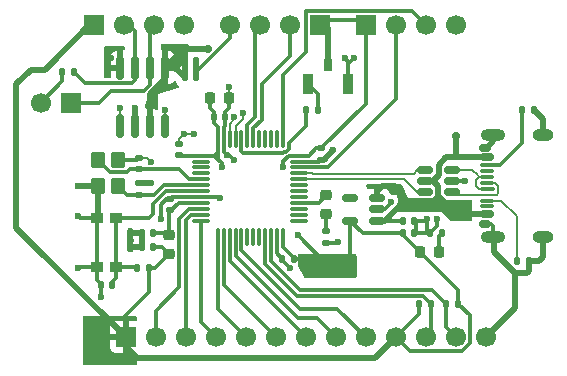
<source format=gbr>
%TF.GenerationSoftware,KiCad,Pcbnew,9.0.6-9.0.6~ubuntu24.04.1*%
%TF.CreationDate,2025-12-02T22:29:15-06:00*%
%TF.ProjectId,Kicad_stm32_1st,4b696361-645f-4737-946d-33325f317374,rev?*%
%TF.SameCoordinates,Original*%
%TF.FileFunction,Copper,L1,Top*%
%TF.FilePolarity,Positive*%
%FSLAX46Y46*%
G04 Gerber Fmt 4.6, Leading zero omitted, Abs format (unit mm)*
G04 Created by KiCad (PCBNEW 9.0.6-9.0.6~ubuntu24.04.1) date 2025-12-02 22:29:15*
%MOMM*%
%LPD*%
G01*
G04 APERTURE LIST*
G04 Aperture macros list*
%AMRoundRect*
0 Rectangle with rounded corners*
0 $1 Rounding radius*
0 $2 $3 $4 $5 $6 $7 $8 $9 X,Y pos of 4 corners*
0 Add a 4 corners polygon primitive as box body*
4,1,4,$2,$3,$4,$5,$6,$7,$8,$9,$2,$3,0*
0 Add four circle primitives for the rounded corners*
1,1,$1+$1,$2,$3*
1,1,$1+$1,$4,$5*
1,1,$1+$1,$6,$7*
1,1,$1+$1,$8,$9*
0 Add four rect primitives between the rounded corners*
20,1,$1+$1,$2,$3,$4,$5,0*
20,1,$1+$1,$4,$5,$6,$7,0*
20,1,$1+$1,$6,$7,$8,$9,0*
20,1,$1+$1,$8,$9,$2,$3,0*%
G04 Aperture macros list end*
%TA.AperFunction,SMDPad,CuDef*%
%ADD10RoundRect,0.135000X0.135000X0.185000X-0.135000X0.185000X-0.135000X-0.185000X0.135000X-0.185000X0*%
%TD*%
%TA.AperFunction,SMDPad,CuDef*%
%ADD11RoundRect,0.135000X-0.135000X-0.185000X0.135000X-0.185000X0.135000X0.185000X-0.135000X0.185000X0*%
%TD*%
%TA.AperFunction,SMDPad,CuDef*%
%ADD12RoundRect,0.140000X-0.140000X-0.170000X0.140000X-0.170000X0.140000X0.170000X-0.140000X0.170000X0*%
%TD*%
%TA.AperFunction,SMDPad,CuDef*%
%ADD13RoundRect,0.140000X-0.170000X0.140000X-0.170000X-0.140000X0.170000X-0.140000X0.170000X0.140000X0*%
%TD*%
%TA.AperFunction,SMDPad,CuDef*%
%ADD14RoundRect,0.135000X-0.185000X0.135000X-0.185000X-0.135000X0.185000X-0.135000X0.185000X0.135000X0*%
%TD*%
%TA.AperFunction,SMDPad,CuDef*%
%ADD15RoundRect,0.140000X0.140000X0.170000X-0.140000X0.170000X-0.140000X-0.170000X0.140000X-0.170000X0*%
%TD*%
%TA.AperFunction,SMDPad,CuDef*%
%ADD16RoundRect,0.218750X-0.256250X0.218750X-0.256250X-0.218750X0.256250X-0.218750X0.256250X0.218750X0*%
%TD*%
%TA.AperFunction,SMDPad,CuDef*%
%ADD17RoundRect,0.140000X0.170000X-0.140000X0.170000X0.140000X-0.170000X0.140000X-0.170000X-0.140000X0*%
%TD*%
%TA.AperFunction,SMDPad,CuDef*%
%ADD18RoundRect,0.225000X-0.225000X-0.250000X0.225000X-0.250000X0.225000X0.250000X-0.225000X0.250000X0*%
%TD*%
%TA.AperFunction,SMDPad,CuDef*%
%ADD19RoundRect,0.150000X0.350000X-0.150000X0.350000X0.150000X-0.350000X0.150000X-0.350000X-0.150000X0*%
%TD*%
%TA.AperFunction,SMDPad,CuDef*%
%ADD20RoundRect,0.062500X0.512500X-0.062500X0.512500X0.062500X-0.512500X0.062500X-0.512500X-0.062500X0*%
%TD*%
%TA.AperFunction,SMDPad,CuDef*%
%ADD21RoundRect,0.150000X0.425000X-0.150000X0.425000X0.150000X-0.425000X0.150000X-0.425000X-0.150000X0*%
%TD*%
%TA.AperFunction,SMDPad,CuDef*%
%ADD22RoundRect,0.075000X0.500000X-0.075000X0.500000X0.075000X-0.500000X0.075000X-0.500000X-0.075000X0*%
%TD*%
%TA.AperFunction,HeatsinkPad*%
%ADD23O,2.100000X1.000000*%
%TD*%
%TA.AperFunction,HeatsinkPad*%
%ADD24O,1.800000X1.000000*%
%TD*%
%TA.AperFunction,SMDPad,CuDef*%
%ADD25RoundRect,0.218750X0.256250X-0.218750X0.256250X0.218750X-0.256250X0.218750X-0.256250X-0.218750X0*%
%TD*%
%TA.AperFunction,SMDPad,CuDef*%
%ADD26RoundRect,0.218750X0.218750X0.256250X-0.218750X0.256250X-0.218750X-0.256250X0.218750X-0.256250X0*%
%TD*%
%TA.AperFunction,SMDPad,CuDef*%
%ADD27RoundRect,0.075000X-0.075000X-0.662500X0.075000X-0.662500X0.075000X0.662500X-0.075000X0.662500X0*%
%TD*%
%TA.AperFunction,SMDPad,CuDef*%
%ADD28RoundRect,0.075000X-0.662500X-0.075000X0.662500X-0.075000X0.662500X0.075000X-0.662500X0.075000X0*%
%TD*%
%TA.AperFunction,SMDPad,CuDef*%
%ADD29RoundRect,0.150000X0.150000X-0.825000X0.150000X0.825000X-0.150000X0.825000X-0.150000X-0.825000X0*%
%TD*%
%TA.AperFunction,ComponentPad*%
%ADD30R,1.700000X1.700000*%
%TD*%
%TA.AperFunction,ComponentPad*%
%ADD31C,1.700000*%
%TD*%
%TA.AperFunction,SMDPad,CuDef*%
%ADD32R,0.900000X1.700000*%
%TD*%
%TA.AperFunction,SMDPad,CuDef*%
%ADD33R,0.800000X1.100000*%
%TD*%
%TA.AperFunction,SMDPad,CuDef*%
%ADD34R,1.000000X0.900000*%
%TD*%
%TA.AperFunction,SMDPad,CuDef*%
%ADD35RoundRect,0.250000X-0.350000X0.450000X-0.350000X-0.450000X0.350000X-0.450000X0.350000X0.450000X0*%
%TD*%
%TA.AperFunction,SMDPad,CuDef*%
%ADD36RoundRect,0.150000X0.512500X0.150000X-0.512500X0.150000X-0.512500X-0.150000X0.512500X-0.150000X0*%
%TD*%
%TA.AperFunction,ViaPad*%
%ADD37C,0.600000*%
%TD*%
%TA.AperFunction,ViaPad*%
%ADD38C,0.700000*%
%TD*%
%TA.AperFunction,Conductor*%
%ADD39C,0.200000*%
%TD*%
%TA.AperFunction,Conductor*%
%ADD40C,0.300000*%
%TD*%
%TA.AperFunction,Conductor*%
%ADD41C,0.500000*%
%TD*%
G04 APERTURE END LIST*
D10*
%TO.P,R4,1*%
%TO.N,gnd*%
X115400000Y-63400000D03*
%TO.P,R4,2*%
%TO.N,Net-(J1-CC2)*%
X114380000Y-63400000D03*
%TD*%
D11*
%TO.P,R6,1*%
%TO.N,/I2C2_SDA*%
X108000000Y-79800000D03*
%TO.P,R6,2*%
%TO.N,+3.3V*%
X109020000Y-79800000D03*
%TD*%
D10*
%TO.P,R7,1*%
%TO.N,/I2C2_SCL*%
X106710000Y-79800000D03*
%TO.P,R7,2*%
%TO.N,+3.3V*%
X105690000Y-79800000D03*
%TD*%
%TO.P,R3,1*%
%TO.N,gnd*%
X115000000Y-76200000D03*
%TO.P,R3,2*%
%TO.N,Net-(J1-CC1)*%
X113980000Y-76200000D03*
%TD*%
%TO.P,R5,1*%
%TO.N,/PWR_LED_K*%
X107620000Y-73800000D03*
%TO.P,R5,2*%
%TO.N,gnd*%
X106600000Y-73800000D03*
%TD*%
D12*
%TO.P,C13,1*%
%TO.N,+3.3V*%
X104320000Y-73800000D03*
%TO.P,C13,2*%
%TO.N,gnd*%
X105280000Y-73800000D03*
%TD*%
%TO.P,C12,1*%
%TO.N,VBUS*%
X104320000Y-72800000D03*
%TO.P,C12,2*%
%TO.N,gnd*%
X105280000Y-72800000D03*
%TD*%
D13*
%TO.P,C3,1*%
%TO.N,+3.3V*%
X97400000Y-66640000D03*
%TO.P,C3,2*%
%TO.N,gnd*%
X97400000Y-67600000D03*
%TD*%
D14*
%TO.P,R9,1*%
%TO.N,Net-(D2-K)*%
X97800000Y-73600000D03*
%TO.P,R9,2*%
%TO.N,gnd*%
X97800000Y-74620000D03*
%TD*%
D15*
%TO.P,C2,1*%
%TO.N,+3.3V*%
X95080000Y-76000000D03*
%TO.P,C2,2*%
%TO.N,gnd*%
X94120000Y-76000000D03*
%TD*%
D12*
%TO.P,C4,1*%
%TO.N,+3.3V*%
X88320000Y-64000000D03*
%TO.P,C4,2*%
%TO.N,gnd*%
X89280000Y-64000000D03*
%TD*%
%TO.P,C15,1*%
%TO.N,VBUS*%
X85840000Y-60600000D03*
%TO.P,C15,2*%
%TO.N,gnd*%
X86800000Y-60600000D03*
%TD*%
%TO.P,C14,1*%
%TO.N,VBUS*%
X85840000Y-59200000D03*
%TO.P,C14,2*%
%TO.N,gnd*%
X86800000Y-59200000D03*
%TD*%
D11*
%TO.P,R8,1*%
%TO.N,Net-(JP1-B)*%
X75490000Y-60200000D03*
%TO.P,R8,2*%
%TO.N,/CANH*%
X76510000Y-60200000D03*
%TD*%
D15*
%TO.P,C9,1*%
%TO.N,/NRST*%
X79680000Y-78200000D03*
%TO.P,C9,2*%
%TO.N,gnd*%
X78720000Y-78200000D03*
%TD*%
D10*
%TO.P,R1,1*%
%TO.N,+3.3V*%
X82800000Y-76800000D03*
%TO.P,R1,2*%
%TO.N,/NRST*%
X81780000Y-76800000D03*
%TD*%
D15*
%TO.P,C8,1*%
%TO.N,+3.3V*%
X83200000Y-75000000D03*
%TO.P,C8,2*%
%TO.N,gnd*%
X82240000Y-75000000D03*
%TD*%
%TO.P,C7,1*%
%TO.N,+3.3VA*%
X83200000Y-73800000D03*
%TO.P,C7,2*%
%TO.N,gnd*%
X82240000Y-73800000D03*
%TD*%
D16*
%TO.P,FB1,1*%
%TO.N,+3.3VA*%
X84520000Y-74000000D03*
%TO.P,FB1,2*%
%TO.N,+3.3V*%
X84520000Y-75575000D03*
%TD*%
D17*
%TO.P,C6,1*%
%TO.N,+3.3VA*%
X84600000Y-71880000D03*
%TO.P,C6,2*%
%TO.N,gnd*%
X84600000Y-70920000D03*
%TD*%
%TO.P,C11,1*%
%TO.N,/HSE_OUT*%
X82000000Y-70560000D03*
%TO.P,C11,2*%
%TO.N,gnd*%
X82000000Y-69600000D03*
%TD*%
%TO.P,C10,1*%
%TO.N,/HSE_IN*%
X82000000Y-68400000D03*
%TO.P,C10,2*%
%TO.N,gnd*%
X82000000Y-67440000D03*
%TD*%
%TO.P,C1,1*%
%TO.N,+3.3V*%
X85400000Y-67200000D03*
%TO.P,C1,2*%
%TO.N,gnd*%
X85400000Y-66240000D03*
%TD*%
D18*
%TO.P,C5,1*%
%TO.N,+3.3V*%
X88025000Y-62400000D03*
%TO.P,C5,2*%
%TO.N,gnd*%
X89575000Y-62400000D03*
%TD*%
D10*
%TO.P,R2,1*%
%TO.N,/SW_BOOT0*%
X97100000Y-63400000D03*
%TO.P,R2,2*%
%TO.N,/BOOT0*%
X96080000Y-63400000D03*
%TD*%
D19*
%TO.P,J1,B1,GND*%
%TO.N,gnd*%
X111300000Y-66600000D03*
%TO.P,J1,B12,GND*%
X111300000Y-73000000D03*
%TO.P,J1,A1,GND*%
X111300000Y-73000000D03*
%TO.P,J1,A12,GND*%
X111300000Y-66600000D03*
D20*
%TO.P,J1,B7,D-*%
%TO.N,Net-(J1-D--PadA7)*%
X111410000Y-70550000D03*
D21*
%TO.P,J1,A4,VBUS*%
%TO.N,VBUS*%
X111410000Y-72200000D03*
D22*
%TO.P,J1,A5,CC1*%
%TO.N,Net-(J1-CC1)*%
X111410000Y-71050000D03*
%TO.P,J1,A6,D+*%
%TO.N,Net-(J1-D+-PadA6)*%
X111410000Y-70050000D03*
%TO.P,J1,A7,D-*%
%TO.N,Net-(J1-D--PadA7)*%
X111410000Y-69550000D03*
%TO.P,J1,A8*%
%TO.N,N/C*%
X111410000Y-68550000D03*
D21*
%TO.P,J1,A9,VBUS*%
%TO.N,VBUS*%
X111410000Y-67400000D03*
%TO.P,J1,B4,VBUS*%
X111410000Y-67400000D03*
D22*
%TO.P,J1,B5,CC2*%
%TO.N,Net-(J1-CC2)*%
X111410000Y-68050000D03*
%TO.P,J1,B6,D+*%
%TO.N,Net-(J1-D+-PadA6)*%
X111410000Y-69050000D03*
%TO.P,J1,B8*%
%TO.N,N/C*%
X111410000Y-71550000D03*
D21*
%TO.P,J1,B9,VBUS*%
%TO.N,VBUS*%
X111410000Y-72200000D03*
D23*
%TO.P,J1,S1,SHIELD*%
%TO.N,gnd*%
X111985000Y-74120000D03*
D24*
X116165000Y-74120000D03*
D23*
X111985000Y-65480000D03*
D24*
X116165000Y-65480000D03*
%TD*%
D25*
%TO.P,D2,1,K*%
%TO.N,Net-(D2-K)*%
X97800000Y-72200000D03*
%TO.P,D2,2,A*%
%TO.N,Net-(D2-A)*%
X97800000Y-70625000D03*
%TD*%
D26*
%TO.P,PWR,2,A*%
%TO.N,+3.3V*%
X105800000Y-75400000D03*
%TO.P,PWR,1,K*%
%TO.N,/PWR_LED_K*%
X107375000Y-75400000D03*
%TD*%
D27*
%TO.P,U2,48,VDD*%
%TO.N,+3.3V*%
X88650000Y-65837500D03*
%TO.P,U2,47,VSS*%
%TO.N,gnd*%
X89150000Y-65837500D03*
%TO.P,U2,46,PB9*%
%TO.N,/CAN_TX*%
X89650000Y-65837500D03*
%TO.P,U2,45,PB8*%
%TO.N,/CAN_RX*%
X90150000Y-65837500D03*
%TO.P,U2,44,BOOT0*%
%TO.N,/BOOT0*%
X90650000Y-65837500D03*
%TO.P,U2,43,PB7*%
%TO.N,/USART1_RX*%
X91150000Y-65837500D03*
%TO.P,U2,42,PB6*%
%TO.N,/USART1_TX*%
X91650000Y-65837500D03*
%TO.P,U2,41,PB5*%
%TO.N,unconnected-(U2-PB5-Pad41)*%
X92150000Y-65837500D03*
%TO.P,U2,40,PB4*%
%TO.N,unconnected-(U2-PB4-Pad40)*%
X92650000Y-65837500D03*
%TO.P,U2,39,PB3*%
%TO.N,unconnected-(U2-PB3-Pad39)*%
X93150000Y-65837500D03*
%TO.P,U2,38,PA15*%
%TO.N,unconnected-(U2-PA15-Pad38)*%
X93650000Y-65837500D03*
%TO.P,U2,37,PA14*%
%TO.N,/SWCLK*%
X94150000Y-65837500D03*
D28*
%TO.P,U2,36,VDD*%
%TO.N,+3.3V*%
X95562500Y-67250000D03*
%TO.P,U2,35,VSS*%
%TO.N,gnd*%
X95562500Y-67750000D03*
%TO.P,U2,34,PA13*%
%TO.N,/SWDIO*%
X95562500Y-68250000D03*
%TO.P,U2,33,PA12*%
%TO.N,/USB_D+*%
X95562500Y-68750000D03*
%TO.P,U2,32,PA11*%
%TO.N,/USB_D-*%
X95562500Y-69250000D03*
%TO.P,U2,31,PA10*%
%TO.N,unconnected-(U2-PA10-Pad31)*%
X95562500Y-69750000D03*
%TO.P,U2,30,PA9*%
%TO.N,unconnected-(U2-PA9-Pad30)*%
X95562500Y-70250000D03*
%TO.P,U2,29,PA8*%
%TO.N,unconnected-(U2-PA8-Pad29)*%
X95562500Y-70750000D03*
%TO.P,U2,28,PB15*%
%TO.N,Net-(D2-A)*%
X95562500Y-71250000D03*
%TO.P,U2,27,PB14*%
%TO.N,unconnected-(U2-PB14-Pad27)*%
X95562500Y-71750000D03*
%TO.P,U2,26,PB13*%
%TO.N,unconnected-(U2-PB13-Pad26)*%
X95562500Y-72250000D03*
%TO.P,U2,25,PB12*%
%TO.N,unconnected-(U2-PB12-Pad25)*%
X95562500Y-72750000D03*
D27*
%TO.P,U2,24,VDD*%
%TO.N,+3.3V*%
X94150000Y-74162500D03*
%TO.P,U2,23,VSS*%
%TO.N,gnd*%
X93650000Y-74162500D03*
%TO.P,U2,22,PB11*%
%TO.N,/I2C2_SDA*%
X93150000Y-74162500D03*
%TO.P,U2,21,PB10*%
%TO.N,/I2C2_SCL*%
X92650000Y-74162500D03*
%TO.P,U2,20,PB2*%
%TO.N,unconnected-(U2-PB2-Pad20)*%
X92150000Y-74162500D03*
%TO.P,U2,19,PB1*%
%TO.N,unconnected-(U2-PB1-Pad19)*%
X91650000Y-74162500D03*
%TO.P,U2,18,PB0*%
%TO.N,unconnected-(U2-PB0-Pad18)*%
X91150000Y-74162500D03*
%TO.P,U2,17,PA7*%
%TO.N,/PA7*%
X90650000Y-74162500D03*
%TO.P,U2,16,PA6*%
%TO.N,/PA6*%
X90150000Y-74162500D03*
%TO.P,U2,15,PA5*%
%TO.N,/PA5*%
X89650000Y-74162500D03*
%TO.P,U2,14,PA4*%
%TO.N,/PA4*%
X89150000Y-74162500D03*
%TO.P,U2,13,PA3*%
%TO.N,/PA3*%
X88650000Y-74162500D03*
D28*
%TO.P,U2,12,PA2*%
%TO.N,/PA2*%
X87237500Y-72750000D03*
%TO.P,U2,11,PA1*%
%TO.N,/PA1*%
X87237500Y-72250000D03*
%TO.P,U2,10,PA0*%
%TO.N,/PA0*%
X87237500Y-71750000D03*
%TO.P,U2,9,VDDA*%
%TO.N,+3.3VA*%
X87237500Y-71250000D03*
%TO.P,U2,8,VSSA*%
%TO.N,gnd*%
X87237500Y-70750000D03*
%TO.P,U2,7,NRST*%
%TO.N,/NRST*%
X87237500Y-70250000D03*
%TO.P,U2,6,PD1*%
%TO.N,/HSE_OUT*%
X87237500Y-69750000D03*
%TO.P,U2,5,PD0*%
%TO.N,/HSE_IN*%
X87237500Y-69250000D03*
%TO.P,U2,4,PC15*%
%TO.N,unconnected-(U2-PC15-Pad4)*%
X87237500Y-68750000D03*
%TO.P,U2,3,PC14*%
%TO.N,unconnected-(U2-PC14-Pad3)*%
X87237500Y-68250000D03*
%TO.P,U2,2,PC13*%
%TO.N,unconnected-(U2-PC13-Pad2)*%
X87237500Y-67750000D03*
%TO.P,U2,1,VBAT*%
%TO.N,+3.3V*%
X87237500Y-67250000D03*
%TD*%
D29*
%TO.P,U4,8,STBY*%
%TO.N,gnd*%
X80390000Y-59800000D03*
%TO.P,U4,7,CANH*%
%TO.N,/CANH*%
X81660000Y-59800000D03*
%TO.P,U4,6,CANL*%
%TO.N,/CANL*%
X82930000Y-59800000D03*
%TO.P,U4,5,Vio*%
%TO.N,VBUS*%
X84200000Y-59800000D03*
%TO.P,U4,4,RXD*%
%TO.N,/CAN_RX*%
X84200000Y-64750000D03*
%TO.P,U4,3,VDD*%
%TO.N,VBUS*%
X82930000Y-64750000D03*
%TO.P,U4,2,VSS*%
%TO.N,gnd*%
X81660000Y-64750000D03*
%TO.P,U4,1,TXD*%
%TO.N,/CAN_TX*%
X80390000Y-64750000D03*
%TD*%
D30*
%TO.P,J5,1,Pin_1*%
%TO.N,+3.3V*%
X80860000Y-82600000D03*
D31*
%TO.P,J5,2,Pin_2*%
%TO.N,/PA0*%
X83400000Y-82600000D03*
%TO.P,J5,3,Pin_3*%
%TO.N,/PA1*%
X85940000Y-82600000D03*
%TO.P,J5,4,Pin_4*%
%TO.N,/PA2*%
X88480000Y-82600000D03*
%TO.P,J5,5,Pin_5*%
%TO.N,/PA3*%
X91020000Y-82600000D03*
%TO.P,J5,6,Pin_6*%
%TO.N,/PA4*%
X93560000Y-82600000D03*
%TO.P,J5,7,Pin_7*%
%TO.N,/PA5*%
X96100000Y-82600000D03*
%TO.P,J5,8,Pin_8*%
%TO.N,/PA6*%
X98640000Y-82600000D03*
%TO.P,J5,9,Pin_9*%
%TO.N,/PA7*%
X101180000Y-82600000D03*
%TO.P,J5,10,Pin_10*%
%TO.N,+3.3V*%
X103720000Y-82600000D03*
%TO.P,J5,11,Pin_11*%
%TO.N,/I2C2_SCL*%
X106260000Y-82600000D03*
%TO.P,J5,12,Pin_12*%
%TO.N,/I2C2_SDA*%
X108800000Y-82600000D03*
%TO.P,J5,13,Pin_13*%
%TO.N,gnd*%
X111340000Y-82600000D03*
%TD*%
D32*
%TO.P,BOOT,1,A*%
%TO.N,gnd*%
X99700000Y-61200000D03*
%TO.P,BOOT,2,B*%
%TO.N,/SW_BOOT0*%
X96300000Y-61200000D03*
D33*
%TO.P,BOOT,3,C*%
%TO.N,+3.3V*%
X98000000Y-59560000D03*
%TD*%
D30*
%TO.P,UART,1,Pin_1*%
%TO.N,+3.3V*%
X97340000Y-56200000D03*
D31*
%TO.P,UART,2,Pin_2*%
%TO.N,/USART1_TX*%
X94800000Y-56200000D03*
%TO.P,UART,3,Pin_3*%
%TO.N,/USART1_RX*%
X92260000Y-56200000D03*
%TO.P,UART,4,Pin_4*%
%TO.N,gnd*%
X89720000Y-56200000D03*
%TD*%
D34*
%TO.P,RST,1,1*%
%TO.N,gnd*%
X78400000Y-76650000D03*
X78400000Y-72550000D03*
%TO.P,RST,2,2*%
%TO.N,/NRST*%
X80000000Y-76650000D03*
X80000000Y-72550000D03*
%TD*%
D30*
%TO.P,120R,1,A*%
%TO.N,/CANL*%
X76200000Y-62800000D03*
D31*
%TO.P,120R,2,B*%
%TO.N,Net-(JP1-B)*%
X73660000Y-62800000D03*
%TD*%
D35*
%TO.P,Y1,1,1*%
%TO.N,/HSE_IN*%
X78500000Y-67600000D03*
%TO.P,Y1,2,2*%
%TO.N,gnd*%
X78500000Y-69800000D03*
%TO.P,Y1,3,3*%
%TO.N,/HSE_OUT*%
X80200000Y-69800000D03*
%TO.P,Y1,4,4*%
%TO.N,gnd*%
X80200000Y-67600000D03*
%TD*%
D36*
%TO.P,U1,1,I/O1*%
%TO.N,Net-(J1-D--PadA7)*%
X108475000Y-70350000D03*
%TO.P,U1,2,GND*%
%TO.N,gnd*%
X108475000Y-69400000D03*
%TO.P,U1,3,I/O2*%
%TO.N,Net-(J1-D+-PadA6)*%
X108475000Y-68450000D03*
%TO.P,U1,4,I/O2*%
%TO.N,/USB_D+*%
X106200000Y-68450000D03*
%TO.P,U1,5,VBUS*%
%TO.N,VBUS*%
X106200000Y-69400000D03*
%TO.P,U1,6,I/O1*%
%TO.N,/USB_D-*%
X106200000Y-70350000D03*
%TD*%
D30*
%TO.P,J2,1,Pin_1*%
%TO.N,+3.3V*%
X101200000Y-56200000D03*
D31*
%TO.P,J2,2,Pin_2*%
%TO.N,/SWDIO*%
X103740000Y-56200000D03*
%TO.P,J2,3,Pin_3*%
%TO.N,/SWCLK*%
X106280000Y-56200000D03*
%TO.P,J2,4,Pin_4*%
%TO.N,gnd*%
X108820000Y-56200000D03*
%TD*%
D30*
%TO.P,CAN,1,Pin_1*%
%TO.N,+3.3V*%
X78200000Y-56200000D03*
D31*
%TO.P,CAN,2,Pin_2*%
%TO.N,/CANH*%
X80740000Y-56200000D03*
%TO.P,CAN,3,Pin_3*%
%TO.N,/CANL*%
X83280000Y-56200000D03*
%TO.P,CAN,4,Pin_4*%
%TO.N,gnd*%
X85820000Y-56200000D03*
%TD*%
D36*
%TO.P,U3,1,VIN*%
%TO.N,VBUS*%
X102137500Y-72750000D03*
%TO.P,U3,2,GND*%
%TO.N,gnd*%
X102137500Y-71800000D03*
%TO.P,U3,3,EN*%
%TO.N,VBUS*%
X102137500Y-70850000D03*
%TO.P,U3,4,NC*%
%TO.N,unconnected-(U3-NC-Pad4)*%
X99862500Y-70850000D03*
%TO.P,U3,5,VOUT*%
%TO.N,+3.3V*%
X99862500Y-72750000D03*
%TD*%
D37*
%TO.N,gnd*%
X109600000Y-69400000D03*
X98800000Y-74600000D03*
%TO.N,+3.3V*%
X89000000Y-68200000D03*
%TO.N,gnd*%
X89575000Y-61425000D03*
%TO.N,/CAN_RX*%
X90800000Y-63600000D03*
X84200000Y-63400000D03*
%TO.N,/CAN_TX*%
X80400000Y-63200000D03*
X90060000Y-64008926D03*
D38*
%TO.N,VBUS*%
X108800000Y-65600000D03*
X87800000Y-58200000D03*
D37*
%TO.N,gnd*%
X79600000Y-59000000D03*
X79600000Y-58200000D03*
X107200000Y-72600000D03*
X100200000Y-59000000D03*
X83000000Y-69600000D03*
X85800000Y-65400000D03*
X76800000Y-72400000D03*
X86600000Y-65400000D03*
X90000000Y-67600000D03*
X81400000Y-73800000D03*
X76800000Y-69800000D03*
X78800000Y-79200000D03*
X106400000Y-72600000D03*
X81400000Y-75000000D03*
X80400000Y-58200000D03*
X88800000Y-70800000D03*
X99400000Y-59000000D03*
X89400000Y-67200000D03*
X83800000Y-72600000D03*
X83000000Y-67750000D03*
X76800000Y-76800000D03*
X94800000Y-76800000D03*
X103344669Y-71144668D03*
X81600000Y-63200000D03*
X98400000Y-66800000D03*
%TO.N,+3.3V*%
X95400000Y-74000000D03*
X94200000Y-68200000D03*
%TD*%
D39*
%TO.N,gnd*%
X82000000Y-67440000D02*
X82690000Y-67440000D01*
X82690000Y-67440000D02*
X83000000Y-67750000D01*
D40*
%TO.N,/USART1_RX*%
X91150000Y-64650000D02*
X91800000Y-64000000D01*
X91150000Y-65837500D02*
X91150000Y-64650000D01*
X91800000Y-64000000D02*
X91800000Y-56660000D01*
X91800000Y-56660000D02*
X92260000Y-56200000D01*
%TO.N,/SWCLK*%
X94150000Y-60450000D02*
X96100000Y-58500000D01*
D39*
%TO.N,Net-(J1-CC1)*%
X112650000Y-71050000D02*
X114000000Y-72400000D01*
X111410000Y-71050000D02*
X112650000Y-71050000D01*
X113980000Y-72420000D02*
X113980000Y-76200000D01*
X114000000Y-72400000D02*
X113980000Y-72420000D01*
%TO.N,gnd*%
X89575000Y-62400000D02*
X89575000Y-61425000D01*
X89575000Y-61425000D02*
X89625000Y-61425000D01*
X89625000Y-61425000D02*
X89600000Y-61400000D01*
%TO.N,Net-(J1-D+-PadA6)*%
X111410000Y-70050000D02*
X110801176Y-70050000D01*
X110534000Y-69317176D02*
X110801176Y-69050000D01*
X110801176Y-70050000D02*
X110534000Y-69782824D01*
X110534000Y-69782824D02*
X110534000Y-69317176D01*
X110201176Y-68450000D02*
X110675588Y-68924412D01*
D40*
%TO.N,gnd*%
X109600000Y-69400000D02*
X108475000Y-69400000D01*
X111985000Y-74120000D02*
X111985000Y-73222376D01*
X111985000Y-73222376D02*
X111762624Y-73000000D01*
X111762624Y-73000000D02*
X111410000Y-73000000D01*
D41*
X115000000Y-76200000D02*
X115800000Y-76200000D01*
X116200000Y-74195000D02*
X116275000Y-74120000D01*
X115800000Y-76200000D02*
X116200000Y-75800000D01*
X116200000Y-75800000D02*
X116200000Y-74195000D01*
X113827528Y-77200000D02*
X112000000Y-75372472D01*
X112000000Y-75372472D02*
X112000000Y-74615000D01*
X112000000Y-74615000D02*
X112495000Y-74120000D01*
X111985000Y-65480000D02*
X111985000Y-66025000D01*
X111985000Y-66025000D02*
X111410000Y-66600000D01*
X115400000Y-63400000D02*
X116165000Y-64165000D01*
X116165000Y-64165000D02*
X116165000Y-65480000D01*
D40*
%TO.N,Net-(J1-CC2)*%
X112549000Y-68051000D02*
X112400000Y-68051000D01*
X111410000Y-68050000D02*
X112399000Y-68050000D01*
X112399000Y-68050000D02*
X112400000Y-68051000D01*
X114380000Y-63400000D02*
X114380000Y-66220000D01*
X114380000Y-66220000D02*
X112549000Y-68051000D01*
X112400000Y-68051000D02*
X112046678Y-68051000D01*
%TO.N,gnd*%
X97800000Y-74620000D02*
X98780000Y-74620000D01*
X98780000Y-74620000D02*
X98800000Y-74600000D01*
%TO.N,Net-(D2-A)*%
X95562500Y-71250000D02*
X97175000Y-71250000D01*
X97175000Y-71250000D02*
X97800000Y-70625000D01*
%TO.N,Net-(D2-K)*%
X97800000Y-72200000D02*
X97800000Y-73600000D01*
%TO.N,+3.3V*%
X95080000Y-76000000D02*
X95400000Y-76000000D01*
X95400000Y-76000000D02*
X96400000Y-77000000D01*
X96400000Y-77000000D02*
X98400000Y-77000000D01*
X98400000Y-77000000D02*
X95400000Y-74000000D01*
X97200000Y-77000000D02*
X99600000Y-77000000D01*
X99862500Y-76737500D02*
X99862500Y-72750000D01*
X99600000Y-77000000D02*
X99862500Y-76737500D01*
D39*
%TO.N,Net-(J1-D+-PadA6)*%
X110675588Y-68924412D02*
X110801176Y-69050000D01*
D41*
%TO.N,gnd*%
X80390000Y-58210000D02*
X80400000Y-58200000D01*
X80390000Y-59800000D02*
X80390000Y-58210000D01*
X81660000Y-64750000D02*
X81660000Y-63260000D01*
X81660000Y-63260000D02*
X81600000Y-63200000D01*
%TO.N,VBUS*%
X108808400Y-72200000D02*
X111410000Y-72200000D01*
X108800000Y-67400000D02*
X111410000Y-67400000D01*
D40*
%TO.N,+3.3V*%
X89000000Y-67900000D02*
X89000000Y-68200000D01*
X88450000Y-67350000D02*
X89000000Y-67900000D01*
X88650000Y-67550000D02*
X88450000Y-67350000D01*
X88650000Y-66950000D02*
X88650000Y-67550000D01*
D39*
%TO.N,/CAN_RX*%
X84200000Y-64750000D02*
X84200000Y-63400000D01*
X90150000Y-65837500D02*
X90150000Y-64768869D01*
X90150000Y-64768869D02*
X90800000Y-64118869D01*
X90800000Y-64118869D02*
X90800000Y-63600000D01*
%TO.N,/CAN_TX*%
X80400000Y-63200000D02*
X80400000Y-64740000D01*
X80400000Y-64740000D02*
X80390000Y-64750000D01*
X89650000Y-65837500D02*
X89658000Y-65829500D01*
X89658000Y-65829500D02*
X89658000Y-64559550D01*
X89658000Y-64559550D02*
X90060000Y-64157550D01*
X90060000Y-64157550D02*
X90060000Y-64008926D01*
D41*
%TO.N,VBUS*%
X108800000Y-65600000D02*
X108800000Y-67400000D01*
D40*
%TO.N,+3.3V*%
X104440000Y-74040000D02*
X104440000Y-73800000D01*
X105690000Y-80630000D02*
X103720000Y-82600000D01*
D41*
X80860000Y-82600000D02*
X80860000Y-83460000D01*
X80860000Y-82600000D02*
X71600000Y-73340000D01*
D40*
X100912500Y-73800000D02*
X104440000Y-73800000D01*
X97340000Y-55800000D02*
X101200000Y-55800000D01*
X88450000Y-67350000D02*
X88350000Y-67250000D01*
X88350000Y-67250000D02*
X87237500Y-67250000D01*
X80800000Y-80800000D02*
X80860000Y-80860000D01*
D41*
X71600000Y-73340000D02*
X71600000Y-61200000D01*
X81800000Y-84400000D02*
X101920000Y-84400000D01*
D40*
X82800000Y-76800000D02*
X82800000Y-78800000D01*
X110001000Y-80781000D02*
X110001000Y-83097471D01*
X88650000Y-64850000D02*
X88320000Y-64520000D01*
X104921000Y-83801000D02*
X103720000Y-82600000D01*
X88650000Y-65837500D02*
X88650000Y-64850000D01*
X88650000Y-65837500D02*
X88650000Y-66950000D01*
X105800000Y-75400000D02*
X104440000Y-74040000D01*
X95080000Y-75951740D02*
X94150000Y-75021740D01*
X101200000Y-62840000D02*
X101200000Y-55800000D01*
X88025000Y-63225000D02*
X88025000Y-62400000D01*
X83295000Y-76800000D02*
X84520000Y-75575000D01*
X105690000Y-79800000D02*
X105690000Y-80630000D01*
D41*
X72800000Y-60000000D02*
X73990000Y-60000000D01*
D40*
X109020000Y-79800000D02*
X110001000Y-80781000D01*
D41*
X73990000Y-60000000D02*
X78190000Y-55800000D01*
D40*
X82800000Y-78800000D02*
X80800000Y-80800000D01*
X88320000Y-63520000D02*
X88025000Y-63225000D01*
X95080000Y-76000000D02*
X95080000Y-75951740D01*
X110001000Y-83097471D02*
X109297471Y-83801000D01*
X109020000Y-79800000D02*
X109020000Y-78620000D01*
D41*
X71600000Y-61200000D02*
X72800000Y-60000000D01*
D40*
X95562500Y-67250000D02*
X94684818Y-67250000D01*
D41*
X80860000Y-83460000D02*
X81800000Y-84400000D01*
D40*
X82800000Y-76800000D02*
X83295000Y-76800000D01*
X87237500Y-67250000D02*
X85450000Y-67250000D01*
D41*
X98000000Y-59560000D02*
X98000000Y-56460000D01*
X101920000Y-84400000D02*
X103720000Y-82600000D01*
D40*
X99862500Y-72750000D02*
X100912500Y-73800000D01*
X96350000Y-67250000D02*
X95562500Y-67250000D01*
X83200000Y-75000000D02*
X83945000Y-75000000D01*
X88320000Y-64520000D02*
X88320000Y-64000000D01*
X88320000Y-64000000D02*
X88320000Y-63520000D01*
X97400000Y-66640000D02*
X96960000Y-66640000D01*
D41*
X98000000Y-56460000D02*
X97340000Y-55800000D01*
D40*
X88650000Y-66950000D02*
X88350000Y-67250000D01*
X109297471Y-83801000D02*
X104921000Y-83801000D01*
X96960000Y-66640000D02*
X96350000Y-67250000D01*
X85450000Y-67250000D02*
X85400000Y-67200000D01*
X83945000Y-75000000D02*
X84520000Y-75575000D01*
X80860000Y-80860000D02*
X80860000Y-82600000D01*
X97400000Y-66640000D02*
X101200000Y-62840000D01*
X94150000Y-75021740D02*
X94150000Y-74162500D01*
X109020000Y-78620000D02*
X105800000Y-75400000D01*
%TO.N,gnd*%
X82240000Y-75000000D02*
X81400000Y-75000000D01*
X93650000Y-75530000D02*
X94120000Y-76000000D01*
X102799999Y-71800000D02*
X102137500Y-71800000D01*
X97250000Y-67750000D02*
X97400000Y-67600000D01*
X106400000Y-73600000D02*
X106600000Y-73800000D01*
X82240000Y-73800000D02*
X81400000Y-73800000D01*
X99700000Y-61200000D02*
X99700000Y-59500000D01*
X84770000Y-70750000D02*
X84600000Y-70920000D01*
X84600000Y-70920000D02*
X84285284Y-70920000D01*
X78400000Y-77800000D02*
X78400000Y-76650000D01*
X89400000Y-67200000D02*
X89600000Y-67200000D01*
X89150000Y-65837500D02*
X89150000Y-64850000D01*
X99700000Y-59500000D02*
X100200000Y-59000000D01*
X87237500Y-70750000D02*
X88750000Y-70750000D01*
X105400000Y-73800000D02*
X105400000Y-72840000D01*
X83800000Y-71405284D02*
X83800000Y-72600000D01*
D39*
X85400000Y-66240000D02*
X85400000Y-65800000D01*
D41*
X113827528Y-77200000D02*
X114800000Y-77200000D01*
D40*
X81840000Y-67600000D02*
X82000000Y-67440000D01*
X89150000Y-64850000D02*
X89280000Y-64720000D01*
X94120000Y-76120000D02*
X94800000Y-76800000D01*
D41*
X83000000Y-69600000D02*
X82000000Y-69600000D01*
D40*
X99700000Y-59500000D02*
X99700000Y-59300000D01*
X106400000Y-72600000D02*
X106400000Y-73600000D01*
X106200000Y-72800000D02*
X106400000Y-72600000D01*
D41*
X86800000Y-60200000D02*
X86800000Y-60600000D01*
D40*
X89280000Y-64000000D02*
X89280000Y-63520000D01*
X78400000Y-72550000D02*
X76950000Y-72550000D01*
D41*
X98400000Y-66800000D02*
X97600000Y-67600000D01*
D40*
X84285284Y-70920000D02*
X83800000Y-71405284D01*
X103344669Y-71255330D02*
X102799999Y-71800000D01*
X89280000Y-64720000D02*
X89280000Y-64000000D01*
X89720000Y-57280000D02*
X86800000Y-60200000D01*
D41*
X114800000Y-77200000D02*
X115000000Y-77000000D01*
D40*
X107200000Y-73200000D02*
X106600000Y-73800000D01*
X89280000Y-63520000D02*
X89575000Y-63225000D01*
X94120000Y-76000000D02*
X94120000Y-76120000D01*
D41*
X78500000Y-72450000D02*
X78400000Y-72550000D01*
X78500000Y-69800000D02*
X76800000Y-69800000D01*
D40*
X88750000Y-70750000D02*
X88800000Y-70800000D01*
D41*
X78500000Y-69800000D02*
X78500000Y-72450000D01*
D39*
X85400000Y-65800000D02*
X85800000Y-65400000D01*
D41*
X113827528Y-77200000D02*
X113827528Y-80112472D01*
D40*
X78720000Y-78200000D02*
X78720000Y-79120000D01*
X87237500Y-70750000D02*
X84770000Y-70750000D01*
X78720000Y-78200000D02*
X78720000Y-78120000D01*
X76950000Y-76650000D02*
X76800000Y-76800000D01*
X82240000Y-73800000D02*
X82240000Y-75000000D01*
X78400000Y-76650000D02*
X76950000Y-76650000D01*
X89150000Y-66950000D02*
X89400000Y-67200000D01*
D41*
X86800000Y-59200000D02*
X86800000Y-60200000D01*
D39*
X85800000Y-65400000D02*
X86600000Y-65400000D01*
D41*
X113827528Y-80112472D02*
X111340000Y-82600000D01*
D40*
X105400000Y-72840000D02*
X105360000Y-72800000D01*
X103344669Y-71144668D02*
X103344669Y-71255330D01*
X95562500Y-67750000D02*
X97250000Y-67750000D01*
X105360000Y-72800000D02*
X106200000Y-72800000D01*
X78720000Y-79120000D02*
X78800000Y-79200000D01*
X93650000Y-74162500D02*
X93650000Y-75530000D01*
X89575000Y-63225000D02*
X89575000Y-62400000D01*
X78720000Y-78120000D02*
X78400000Y-77800000D01*
X80200000Y-67600000D02*
X81840000Y-67600000D01*
D41*
X97600000Y-67600000D02*
X97400000Y-67600000D01*
X115000000Y-77000000D02*
X115000000Y-76200000D01*
D40*
X89150000Y-65837500D02*
X89150000Y-66950000D01*
X106600000Y-73800000D02*
X105400000Y-73800000D01*
X89600000Y-67200000D02*
X90000000Y-67600000D01*
X76950000Y-72550000D02*
X76800000Y-72400000D01*
X89720000Y-56200000D02*
X89720000Y-57280000D01*
X99700000Y-59300000D02*
X99400000Y-59000000D01*
X107200000Y-72600000D02*
X107200000Y-73200000D01*
X78400000Y-76650000D02*
X78400000Y-72550000D01*
%TO.N,+3.3VA*%
X84520000Y-74000000D02*
X84520000Y-71960000D01*
X87237500Y-71250000D02*
X85350000Y-71250000D01*
X84520000Y-71960000D02*
X84600000Y-71880000D01*
X84320000Y-73800000D02*
X84520000Y-74000000D01*
X83200000Y-73800000D02*
X84320000Y-73800000D01*
X84720000Y-71880000D02*
X84600000Y-71880000D01*
X84720000Y-74160000D02*
X84760000Y-74200000D01*
X85350000Y-71250000D02*
X84720000Y-71880000D01*
%TO.N,/NRST*%
X80000000Y-72550000D02*
X80000000Y-76650000D01*
X84250000Y-70250000D02*
X83195870Y-71304130D01*
X80000000Y-76650000D02*
X81630000Y-76650000D01*
X82850000Y-72550000D02*
X80000000Y-72550000D01*
X80000000Y-77600000D02*
X80000000Y-76650000D01*
X81630000Y-76650000D02*
X81780000Y-76800000D01*
X83195870Y-72195870D02*
X83000000Y-72391740D01*
X87237500Y-70250000D02*
X84250000Y-70250000D01*
X79680000Y-77920000D02*
X80000000Y-77600000D01*
X79680000Y-78200000D02*
X79680000Y-77920000D01*
X83000000Y-72391740D02*
X83000000Y-72400000D01*
X83195870Y-71304130D02*
X83195870Y-72195870D01*
X83000000Y-72400000D02*
X82850000Y-72550000D01*
%TO.N,/HSE_IN*%
X81200000Y-68400000D02*
X80949000Y-68651000D01*
X79551000Y-68651000D02*
X78500000Y-67600000D01*
X87237500Y-69250000D02*
X86250000Y-69250000D01*
X86250000Y-69250000D02*
X85400000Y-68400000D01*
X81200000Y-68400000D02*
X82000000Y-68400000D01*
X85400000Y-68400000D02*
X82000000Y-68400000D01*
X80949000Y-68651000D02*
X79551000Y-68651000D01*
%TO.N,/HSE_OUT*%
X84050000Y-69750000D02*
X83240000Y-70560000D01*
X82000000Y-70560000D02*
X80960000Y-70560000D01*
X80960000Y-70560000D02*
X80200000Y-69800000D01*
X82040000Y-70600000D02*
X82000000Y-70560000D01*
X83240000Y-70560000D02*
X82000000Y-70560000D01*
X87237500Y-69750000D02*
X84050000Y-69750000D01*
D41*
%TO.N,VBUS*%
X108008400Y-67400000D02*
X108800000Y-67400000D01*
X85840000Y-59200000D02*
X85640000Y-59200000D01*
X107361500Y-68900999D02*
X107361500Y-68046900D01*
X84200000Y-59800000D02*
X84800000Y-59800000D01*
X84800000Y-59800000D02*
X85040000Y-59800000D01*
X85320000Y-59320000D02*
X85320000Y-59520000D01*
X106862499Y-69400000D02*
X107313500Y-69851001D01*
X84800000Y-59400000D02*
X85120000Y-59720000D01*
X103639501Y-69839501D02*
X102560499Y-69839501D01*
X85120000Y-59720000D02*
X85040000Y-59800000D01*
X85000000Y-59000000D02*
X85300000Y-58700000D01*
X107361500Y-68046900D02*
X108008400Y-67400000D01*
D40*
X102137500Y-72750000D02*
X101712322Y-72750000D01*
X102187500Y-72800000D02*
X102137500Y-72750000D01*
D41*
X104448999Y-71101000D02*
X102799999Y-72750000D01*
X85640000Y-59200000D02*
X85320000Y-59520000D01*
X104448999Y-71101000D02*
X104200000Y-70852001D01*
X107504200Y-70895800D02*
X107704200Y-71095800D01*
X107313500Y-70705100D02*
X107504200Y-70895800D01*
X85340000Y-58700000D02*
X85840000Y-59200000D01*
X84800000Y-59200000D02*
X84600000Y-59400000D01*
X84800000Y-59200000D02*
X85000000Y-59000000D01*
X85300000Y-58700000D02*
X85340000Y-58700000D01*
X84200000Y-59800000D02*
X84800000Y-59200000D01*
X104200000Y-70852001D02*
X104200000Y-70400000D01*
X85000000Y-59000000D02*
X85320000Y-59320000D01*
D40*
X104400000Y-72800000D02*
X102187500Y-72800000D01*
D41*
X84600000Y-59400000D02*
X84600000Y-59600000D01*
X102137500Y-70262500D02*
X102137500Y-70850000D01*
X104200000Y-70400000D02*
X103639501Y-69839501D01*
X106200000Y-69400000D02*
X106862499Y-69400000D01*
X84600000Y-59600000D02*
X84800000Y-59800000D01*
X107504200Y-70895800D02*
X108808400Y-72200000D01*
X107313500Y-70705100D02*
X107313500Y-70753100D01*
X85800000Y-58200000D02*
X87800000Y-58200000D01*
D40*
X101712322Y-70850000D02*
X102137500Y-70850000D01*
D41*
X106965600Y-71101000D02*
X104448999Y-71101000D01*
X82930000Y-63510000D02*
X82930000Y-64750000D01*
X85300000Y-58700000D02*
X85800000Y-58200000D01*
X85320000Y-59520000D02*
X85120000Y-59720000D01*
X107313500Y-69851001D02*
X107313500Y-70705100D01*
X82930000Y-62044999D02*
X82930000Y-64750000D01*
X85040000Y-59800000D02*
X85840000Y-60600000D01*
X102799999Y-72750000D02*
X102137500Y-72750000D01*
X84200000Y-60774999D02*
X82930000Y-62044999D01*
X84800000Y-59200000D02*
X84800000Y-59400000D01*
X102560499Y-69839501D02*
X102137500Y-70262500D01*
X107313500Y-70753100D02*
X106965600Y-71101000D01*
X106862499Y-69400000D02*
X107361500Y-68900999D01*
D40*
%TO.N,/PWR_LED_K*%
X107375000Y-74045000D02*
X107620000Y-73800000D01*
X107375000Y-75400000D02*
X107375000Y-74045000D01*
%TO.N,Net-(J1-D+-PadA6)*%
X111920000Y-70050000D02*
X111242466Y-70050000D01*
X111242466Y-70050000D02*
X111241466Y-70051000D01*
%TO.N,/SWDIO*%
X103740000Y-62460000D02*
X103740000Y-55800000D01*
X97950000Y-68250000D02*
X103740000Y-62460000D01*
X95562500Y-68250000D02*
X97950000Y-68250000D01*
%TO.N,/SWCLK*%
X94150000Y-65837500D02*
X94150000Y-60450000D01*
X96100000Y-58500000D02*
X96100000Y-55038000D01*
X105079000Y-54999000D02*
X106280000Y-56200000D01*
X96139000Y-54999000D02*
X105079000Y-54999000D01*
X96100000Y-55038000D02*
X96139000Y-54999000D01*
%TO.N,/I2C2_SDA*%
X93150000Y-74162500D02*
X93150000Y-76150000D01*
X108000000Y-81800000D02*
X108800000Y-82600000D01*
X93150000Y-76150000D02*
X95600000Y-78600000D01*
X108000000Y-79800000D02*
X108000000Y-81800000D01*
X106800000Y-78600000D02*
X108000000Y-79800000D01*
X95600000Y-78600000D02*
X106800000Y-78600000D01*
%TO.N,/I2C2_SCL*%
X92650000Y-74162500D02*
X92650000Y-76450000D01*
X106039000Y-79129000D02*
X106710000Y-79800000D01*
X106710000Y-82150000D02*
X106260000Y-82600000D01*
X106710000Y-79800000D02*
X106710000Y-82150000D01*
X92650000Y-76450000D02*
X95329000Y-79129000D01*
X95329000Y-79129000D02*
X106039000Y-79129000D01*
%TO.N,/USART1_TX*%
X91650000Y-64950000D02*
X92400000Y-64200000D01*
X92400000Y-64200000D02*
X92400000Y-61200000D01*
X92400000Y-61200000D02*
X94800000Y-58800000D01*
X94800000Y-58800000D02*
X94800000Y-55800000D01*
X91650000Y-65837500D02*
X91650000Y-64950000D01*
%TO.N,/CANH*%
X81660000Y-59800000D02*
X81660000Y-56730000D01*
X77436000Y-61126000D02*
X81394000Y-61126000D01*
X81660000Y-60860000D02*
X81660000Y-59800000D01*
X76510000Y-60200000D02*
X77436000Y-61126000D01*
X81660000Y-56730000D02*
X80730000Y-55800000D01*
X81394000Y-61126000D02*
X81660000Y-60860000D01*
%TO.N,/CANL*%
X82930000Y-61270000D02*
X82930000Y-59800000D01*
X82930000Y-59800000D02*
X82930000Y-56140000D01*
X79600000Y-61800000D02*
X82400000Y-61800000D01*
X82400000Y-61800000D02*
X82930000Y-61270000D01*
X82930000Y-56140000D02*
X83270000Y-55800000D01*
X76200000Y-62800000D02*
X78600000Y-62800000D01*
X78600000Y-62800000D02*
X79600000Y-61800000D01*
%TO.N,/PA7*%
X90650000Y-74162500D02*
X90650000Y-75250000D01*
X90650000Y-75250000D02*
X95600000Y-80200000D01*
X95600000Y-80200000D02*
X98780000Y-80200000D01*
X98780000Y-80200000D02*
X101180000Y-82600000D01*
%TO.N,/PA2*%
X87237500Y-81357500D02*
X88480000Y-82600000D01*
X87237500Y-72750000D02*
X87237500Y-81357500D01*
%TO.N,/PA4*%
X89150000Y-74162500D02*
X89150000Y-78190000D01*
X89150000Y-78190000D02*
X93560000Y-82600000D01*
%TO.N,/PA5*%
X89650000Y-74162500D02*
X89650000Y-76150000D01*
X89650000Y-76150000D02*
X96100000Y-82600000D01*
%TO.N,/PA1*%
X86355284Y-72250000D02*
X85940000Y-72665284D01*
X87237500Y-72250000D02*
X86355284Y-72250000D01*
X85940000Y-72665284D02*
X85940000Y-82600000D01*
%TO.N,/PA3*%
X88650000Y-74162500D02*
X88650000Y-80230000D01*
X88650000Y-80230000D02*
X91020000Y-82600000D01*
%TO.N,/PA0*%
X85400000Y-72600000D02*
X85400000Y-78400000D01*
X83400000Y-80400000D02*
X83400000Y-82600000D01*
X86250000Y-71750000D02*
X85400000Y-72600000D01*
X87237500Y-71750000D02*
X86250000Y-71750000D01*
X85400000Y-78400000D02*
X83400000Y-80400000D01*
%TO.N,/PA6*%
X95400000Y-81000000D02*
X97040000Y-81000000D01*
X90150000Y-75750000D02*
X95400000Y-81000000D01*
X97040000Y-81000000D02*
X98640000Y-82600000D01*
X90150000Y-74162500D02*
X90150000Y-75750000D01*
%TO.N,/SW_BOOT0*%
X97100000Y-62000000D02*
X96300000Y-61200000D01*
X97100000Y-63400000D02*
X97100000Y-62000000D01*
%TO.N,/BOOT0*%
X94274000Y-66926000D02*
X94403534Y-66926000D01*
X94651000Y-66149000D02*
X96080000Y-64720000D01*
X96080000Y-64720000D02*
X96080000Y-63400000D01*
X94403534Y-66926000D02*
X94651000Y-66678534D01*
X90650000Y-66850000D02*
X90800000Y-67000000D01*
X94651000Y-66678534D02*
X94651000Y-66149000D01*
X90800000Y-67000000D02*
X94200000Y-67000000D01*
X90650000Y-65837500D02*
X90650000Y-66850000D01*
X94200000Y-67000000D02*
X94274000Y-66926000D01*
D39*
%TO.N,/USB_D+*%
X96693751Y-68775000D02*
X105225000Y-68775000D01*
X105225000Y-68775000D02*
X105550000Y-68450000D01*
X96668751Y-68750000D02*
X96693751Y-68775000D01*
X95562500Y-68750000D02*
X96668751Y-68750000D01*
X105550000Y-68450000D02*
X106200000Y-68450000D01*
%TO.N,/USB_D-*%
X96693751Y-69225000D02*
X104400000Y-69225000D01*
X96668751Y-69250000D02*
X96693751Y-69225000D01*
X95562500Y-69250000D02*
X96668751Y-69250000D01*
X105525000Y-70350000D02*
X106200000Y-70350000D01*
X104400000Y-69225000D02*
X105525000Y-70350000D01*
X105775000Y-70600000D02*
X106200000Y-70600000D01*
D40*
%TO.N,/CAN_TX*%
X80390000Y-65190000D02*
X80390000Y-64750000D01*
%TO.N,Net-(JP1-B)*%
X73660000Y-62800000D02*
X75490000Y-60970000D01*
X75490000Y-60970000D02*
X75490000Y-60200000D01*
%TO.N,+3.3V*%
X94200000Y-67734818D02*
X94684818Y-67250000D01*
X94200000Y-68200000D02*
X94200000Y-67734818D01*
D39*
%TO.N,Net-(J1-D--PadA7)*%
X108475000Y-70350000D02*
X108675000Y-70550000D01*
%TO.N,Net-(J1-D+-PadA6)*%
X108475000Y-68450000D02*
X110201176Y-68450000D01*
X110801176Y-69050000D02*
X111410000Y-69050000D01*
%TO.N,Net-(J1-D--PadA7)*%
X112150000Y-69550000D02*
X111410000Y-69550000D01*
X112400000Y-69800000D02*
X112150000Y-69550000D01*
X112250000Y-70550000D02*
X112400000Y-70400000D01*
X112400000Y-70400000D02*
X112400000Y-69800000D01*
X111410000Y-70550000D02*
X112250000Y-70550000D01*
X108675000Y-70550000D02*
X111410000Y-70550000D01*
D40*
%TO.N,/USART1_RX*%
X92260000Y-55800000D02*
X91972000Y-56088000D01*
%TD*%
%TA.AperFunction,Conductor*%
%TO.N,+3.3V*%
G36*
X100343039Y-75619685D02*
G01*
X100388794Y-75672489D01*
X100400000Y-75724000D01*
X100400000Y-77476000D01*
X100380315Y-77543039D01*
X100327511Y-77588794D01*
X100276000Y-77600000D01*
X96070207Y-77600000D01*
X96003168Y-77580315D01*
X95963878Y-77539797D01*
X95417671Y-76629451D01*
X95400000Y-76565654D01*
X95400000Y-75724000D01*
X95419685Y-75656961D01*
X95472489Y-75611206D01*
X95524000Y-75600000D01*
X100276000Y-75600000D01*
X100343039Y-75619685D01*
G37*
%TD.AperFunction*%
%TD*%
%TA.AperFunction,Conductor*%
%TO.N,+3.3V*%
G36*
X81743039Y-80819685D02*
G01*
X81788794Y-80872489D01*
X81800000Y-80924000D01*
X81800000Y-81126000D01*
X81780315Y-81193039D01*
X81727511Y-81238794D01*
X81676000Y-81250000D01*
X81110000Y-81250000D01*
X81110000Y-82166988D01*
X81052993Y-82134075D01*
X80925826Y-82100000D01*
X80794174Y-82100000D01*
X80667007Y-82134075D01*
X80610000Y-82166988D01*
X80610000Y-81250000D01*
X79962155Y-81250000D01*
X79902627Y-81256401D01*
X79902620Y-81256403D01*
X79767913Y-81306645D01*
X79767906Y-81306649D01*
X79652812Y-81392809D01*
X79652809Y-81392812D01*
X79566649Y-81507906D01*
X79566645Y-81507913D01*
X79516403Y-81642620D01*
X79516401Y-81642627D01*
X79510000Y-81702155D01*
X79510000Y-82350000D01*
X80426988Y-82350000D01*
X80394075Y-82407007D01*
X80360000Y-82534174D01*
X80360000Y-82665826D01*
X80394075Y-82792993D01*
X80426988Y-82850000D01*
X79510000Y-82850000D01*
X79510000Y-83497844D01*
X79516401Y-83557372D01*
X79516403Y-83557379D01*
X79566645Y-83692086D01*
X79566649Y-83692093D01*
X79652809Y-83807187D01*
X79652812Y-83807190D01*
X79767906Y-83893350D01*
X79767913Y-83893354D01*
X79902620Y-83943596D01*
X79902627Y-83943598D01*
X79962155Y-83949999D01*
X79962172Y-83950000D01*
X80610000Y-83950000D01*
X80610000Y-83033012D01*
X80667007Y-83065925D01*
X80794174Y-83100000D01*
X80925826Y-83100000D01*
X81052993Y-83065925D01*
X81110000Y-83033012D01*
X81110000Y-83950000D01*
X81676000Y-83950000D01*
X81743039Y-83969685D01*
X81788794Y-84022489D01*
X81800000Y-84074000D01*
X81800000Y-84876000D01*
X81780315Y-84943039D01*
X81727511Y-84988794D01*
X81676000Y-85000000D01*
X77324000Y-85000000D01*
X77256961Y-84980315D01*
X77211206Y-84927511D01*
X77200000Y-84876000D01*
X77200000Y-80924000D01*
X77219685Y-80856961D01*
X77272489Y-80811206D01*
X77324000Y-80800000D01*
X81676000Y-80800000D01*
X81743039Y-80819685D01*
G37*
%TD.AperFunction*%
%TD*%
%TA.AperFunction,Conductor*%
%TO.N,VBUS*%
G36*
X86147338Y-57819685D02*
G01*
X86193093Y-57872489D01*
X86204222Y-57919627D01*
X86216329Y-58262693D01*
X86199021Y-58330385D01*
X86147864Y-58377973D01*
X86102449Y-58386147D01*
X86090000Y-58395494D01*
X86090000Y-60476000D01*
X86070315Y-60543039D01*
X86017511Y-60588794D01*
X85966000Y-60600000D01*
X85714000Y-60600000D01*
X85646961Y-60580315D01*
X85601206Y-60527511D01*
X85590000Y-60476000D01*
X85590000Y-58395494D01*
X85589998Y-58395493D01*
X85443809Y-58437965D01*
X85443806Y-58437967D01*
X85304625Y-58520278D01*
X85304616Y-58520285D01*
X85190285Y-58634616D01*
X85190281Y-58634622D01*
X85153804Y-58696301D01*
X85102734Y-58743984D01*
X85033992Y-58756487D01*
X84969403Y-58729841D01*
X84940340Y-58696300D01*
X84867685Y-58573447D01*
X84867678Y-58573438D01*
X84751561Y-58457321D01*
X84751552Y-58457314D01*
X84610196Y-58373717D01*
X84610193Y-58373716D01*
X84452494Y-58327900D01*
X84452497Y-58327900D01*
X84450000Y-58327703D01*
X84450000Y-59550000D01*
X85006000Y-59550000D01*
X85073039Y-59569685D01*
X85118794Y-59622489D01*
X85124287Y-59647742D01*
X85125605Y-59647382D01*
X85130000Y-59663448D01*
X85190279Y-59765375D01*
X85190285Y-59765383D01*
X85237221Y-59812319D01*
X85240973Y-59819190D01*
X85247333Y-59823760D01*
X85257481Y-59849423D01*
X85270706Y-59873642D01*
X85270147Y-59881452D01*
X85273027Y-59888734D01*
X85267690Y-59915807D01*
X85265722Y-59943334D01*
X85260686Y-59951340D01*
X85259515Y-59957284D01*
X85241502Y-59981843D01*
X85238921Y-59985948D01*
X85178048Y-60049253D01*
X85153201Y-60063459D01*
X85129994Y-60080216D01*
X85123253Y-60080581D01*
X85117393Y-60083932D01*
X85088806Y-60082449D01*
X85060227Y-60083999D01*
X85054227Y-60080655D01*
X85047617Y-60080313D01*
X85026890Y-60065421D01*
X85000986Y-60050986D01*
X85000000Y-60050000D01*
X84450000Y-60050000D01*
X84450000Y-61272295D01*
X84450001Y-61272295D01*
X84452486Y-61272100D01*
X84610198Y-61226281D01*
X84751552Y-61142685D01*
X84751561Y-61142678D01*
X84867678Y-61026561D01*
X84867685Y-61026552D01*
X84883017Y-61000627D01*
X84934085Y-60952942D01*
X85002827Y-60940437D01*
X85067416Y-60967082D01*
X85103892Y-61019455D01*
X85104869Y-61019033D01*
X85106954Y-61023851D01*
X85107348Y-61024417D01*
X85107734Y-61025654D01*
X85107968Y-61026195D01*
X85190278Y-61165374D01*
X85190285Y-61165383D01*
X85304616Y-61279714D01*
X85304627Y-61279723D01*
X85306320Y-61280724D01*
X85307375Y-61281854D01*
X85310785Y-61284499D01*
X85310358Y-61285049D01*
X85354002Y-61331794D01*
X85366504Y-61400537D01*
X85339856Y-61465125D01*
X85282520Y-61505054D01*
X85278185Y-61506415D01*
X83600000Y-62000000D01*
X83600000Y-63259969D01*
X83580315Y-63327008D01*
X83527511Y-63372763D01*
X83458353Y-63382707D01*
X83412880Y-63366701D01*
X83340200Y-63323719D01*
X83340193Y-63323716D01*
X83182494Y-63277900D01*
X83182497Y-63277900D01*
X83180000Y-63277703D01*
X83180000Y-64000000D01*
X82680000Y-64000000D01*
X82680000Y-63277703D01*
X82677502Y-63277900D01*
X82671281Y-63279038D01*
X82670929Y-63277117D01*
X82610232Y-63276929D01*
X82551571Y-63238973D01*
X82522743Y-63175328D01*
X82522780Y-63140533D01*
X82596652Y-62623429D01*
X82611743Y-62579449D01*
X83075629Y-61767648D01*
X83095594Y-61741508D01*
X83290489Y-61546614D01*
X83349799Y-61443887D01*
X83366863Y-61380201D01*
X83380500Y-61329309D01*
X83380500Y-61259454D01*
X83381427Y-61251918D01*
X83389450Y-61233356D01*
X83396840Y-61205531D01*
X83399995Y-61200008D01*
X83400000Y-61200000D01*
X83412993Y-61161019D01*
X83452867Y-61103645D01*
X83517431Y-61076937D01*
X83586185Y-61089373D01*
X83618311Y-61112551D01*
X83648438Y-61142678D01*
X83648447Y-61142685D01*
X83789801Y-61226281D01*
X83947514Y-61272100D01*
X83947511Y-61272100D01*
X83949998Y-61272295D01*
X83950000Y-61272295D01*
X83950000Y-58327703D01*
X83947501Y-58327900D01*
X83946281Y-58328124D01*
X83945595Y-58328051D01*
X83941205Y-58328399D01*
X83941140Y-58327582D01*
X83876796Y-58320806D01*
X83822298Y-58277083D01*
X83800089Y-58210837D01*
X83800000Y-58206142D01*
X83800000Y-57924000D01*
X83819685Y-57856961D01*
X83872489Y-57811206D01*
X83924000Y-57800000D01*
X86080299Y-57800000D01*
X86147338Y-57819685D01*
G37*
%TD.AperFunction*%
%TD*%
%TA.AperFunction,Conductor*%
%TO.N,gnd*%
G36*
X80743039Y-58019685D02*
G01*
X80788794Y-58072489D01*
X80800000Y-58124000D01*
X80800000Y-58208507D01*
X80780315Y-58275546D01*
X80727511Y-58321301D01*
X80658353Y-58331245D01*
X80644909Y-58328341D01*
X80642497Y-58327900D01*
X80640000Y-58327703D01*
X80640000Y-59676000D01*
X80620315Y-59743039D01*
X80567511Y-59788794D01*
X80516000Y-59800000D01*
X80390000Y-59800000D01*
X80390000Y-59926000D01*
X80370315Y-59993039D01*
X80317511Y-60038794D01*
X80266000Y-60050000D01*
X79590000Y-60050000D01*
X79590000Y-60551500D01*
X79570315Y-60618539D01*
X79517511Y-60664294D01*
X79466000Y-60675500D01*
X79124000Y-60675500D01*
X79056961Y-60655815D01*
X79011206Y-60603011D01*
X79000000Y-60551500D01*
X79000000Y-58909350D01*
X79590000Y-58909350D01*
X79590000Y-59550000D01*
X80140000Y-59550000D01*
X80140000Y-58327703D01*
X80137503Y-58327900D01*
X79979806Y-58373716D01*
X79979803Y-58373717D01*
X79838447Y-58457314D01*
X79838438Y-58457321D01*
X79722321Y-58573438D01*
X79722314Y-58573447D01*
X79638717Y-58714803D01*
X79638716Y-58714806D01*
X79592900Y-58872504D01*
X79592899Y-58872510D01*
X79590000Y-58909350D01*
X79000000Y-58909350D01*
X79000000Y-58124000D01*
X79019685Y-58056961D01*
X79072489Y-58011206D01*
X79124000Y-58000000D01*
X80676000Y-58000000D01*
X80743039Y-58019685D01*
G37*
%TD.AperFunction*%
%TD*%
%TA.AperFunction,Conductor*%
%TO.N,VBUS*%
G36*
X104196203Y-69645185D02*
G01*
X104241958Y-69697989D01*
X104243120Y-69700613D01*
X104800000Y-71000000D01*
X105710349Y-71000000D01*
X105717978Y-71000500D01*
X105722273Y-71000500D01*
X106257022Y-71000500D01*
X106264651Y-71000000D01*
X110076000Y-71000000D01*
X110143039Y-71019685D01*
X110188794Y-71072489D01*
X110200000Y-71124000D01*
X110200000Y-72676000D01*
X110180315Y-72743039D01*
X110127511Y-72788794D01*
X110076000Y-72800000D01*
X108451362Y-72800000D01*
X108384323Y-72780315D01*
X108363681Y-72763681D01*
X107600000Y-72000000D01*
X107280923Y-72000000D01*
X107279057Y-71999500D01*
X107120943Y-71999500D01*
X107119077Y-72000000D01*
X106490981Y-72000000D01*
X106483352Y-71999500D01*
X106479057Y-71999500D01*
X106320943Y-71999500D01*
X106316648Y-71999500D01*
X106309019Y-72000000D01*
X103536463Y-72000000D01*
X103515217Y-71993761D01*
X103493129Y-71992182D01*
X103482345Y-71984109D01*
X103469424Y-71980315D01*
X103454924Y-71963581D01*
X103437196Y-71950310D01*
X103432488Y-71937689D01*
X103423669Y-71927511D01*
X103420517Y-71905593D01*
X103412779Y-71884846D01*
X103415641Y-71871685D01*
X103413725Y-71858353D01*
X103422924Y-71838209D01*
X103427631Y-71816573D01*
X103440899Y-71798847D01*
X103442750Y-71794797D01*
X103448782Y-71788319D01*
X103493405Y-71743696D01*
X103548994Y-71711602D01*
X103576453Y-71704245D01*
X103713385Y-71625188D01*
X103825189Y-71513384D01*
X103904246Y-71376452D01*
X103945169Y-71223725D01*
X103945169Y-71065611D01*
X103904246Y-70912884D01*
X103898420Y-70902793D01*
X103821126Y-70768913D01*
X103822398Y-70768178D01*
X103800429Y-70711344D01*
X103800000Y-70701032D01*
X103800000Y-70600000D01*
X103635502Y-70600000D01*
X103584717Y-70586390D01*
X103583967Y-70588203D01*
X103576455Y-70585092D01*
X103576454Y-70585091D01*
X103576453Y-70585091D01*
X103423726Y-70544168D01*
X103374705Y-70544168D01*
X103307666Y-70524483D01*
X103261911Y-70471679D01*
X103255629Y-70454763D01*
X103251283Y-70439807D01*
X103251281Y-70439801D01*
X103167685Y-70298447D01*
X103167678Y-70298438D01*
X103051561Y-70182321D01*
X103051552Y-70182314D01*
X102910196Y-70098717D01*
X102910193Y-70098716D01*
X102752495Y-70052900D01*
X102752489Y-70052899D01*
X102715649Y-70050000D01*
X102387500Y-70050000D01*
X102387500Y-70600000D01*
X101887500Y-70600000D01*
X101887500Y-70050000D01*
X101559350Y-70050000D01*
X101522510Y-70052899D01*
X101522507Y-70052900D01*
X101433012Y-70078900D01*
X101363143Y-70078699D01*
X101304474Y-70040757D01*
X101276829Y-69984145D01*
X101234763Y-69773815D01*
X101240918Y-69704220D01*
X101283723Y-69648998D01*
X101349589Y-69625685D01*
X101356355Y-69625500D01*
X104129164Y-69625500D01*
X104196203Y-69645185D01*
G37*
%TD.AperFunction*%
%TD*%
%TA.AperFunction,Conductor*%
%TO.N,gnd*%
G36*
X81405911Y-73419685D02*
G01*
X81451666Y-73472489D01*
X81462490Y-73533729D01*
X81461209Y-73549999D01*
X81461210Y-73550000D01*
X82116000Y-73550000D01*
X82183039Y-73569685D01*
X82228794Y-73622489D01*
X82240000Y-73674000D01*
X82240000Y-73800000D01*
X82366000Y-73800000D01*
X82433039Y-73819685D01*
X82478794Y-73872489D01*
X82490000Y-73924000D01*
X82490000Y-74876000D01*
X82470315Y-74943039D01*
X82417511Y-74988794D01*
X82366000Y-75000000D01*
X82240000Y-75000000D01*
X82240000Y-75126000D01*
X82220315Y-75193039D01*
X82167511Y-75238794D01*
X82116000Y-75250000D01*
X81461210Y-75250000D01*
X81462490Y-75266277D01*
X81459631Y-75279883D01*
X81461610Y-75293647D01*
X81452588Y-75313401D01*
X81448123Y-75334654D01*
X81438360Y-75344555D01*
X81432585Y-75357203D01*
X81414315Y-75368944D01*
X81399069Y-75384408D01*
X81384300Y-75388233D01*
X81373807Y-75394977D01*
X81338872Y-75400000D01*
X81124000Y-75400000D01*
X81056961Y-75380315D01*
X81011206Y-75327511D01*
X81000000Y-75276000D01*
X81000000Y-74749999D01*
X81461209Y-74749999D01*
X81461210Y-74750000D01*
X81990000Y-74750000D01*
X81990000Y-74050000D01*
X81461210Y-74050000D01*
X81462854Y-74070910D01*
X81507968Y-74226195D01*
X81573426Y-74336879D01*
X81590609Y-74404603D01*
X81573426Y-74463121D01*
X81507968Y-74573804D01*
X81507966Y-74573809D01*
X81462855Y-74729081D01*
X81462854Y-74729087D01*
X81461209Y-74749999D01*
X81000000Y-74749999D01*
X81000000Y-73524000D01*
X81019685Y-73456961D01*
X81072489Y-73411206D01*
X81124000Y-73400000D01*
X81338872Y-73400000D01*
X81405911Y-73419685D01*
G37*
%TD.AperFunction*%
%TD*%
M02*

</source>
